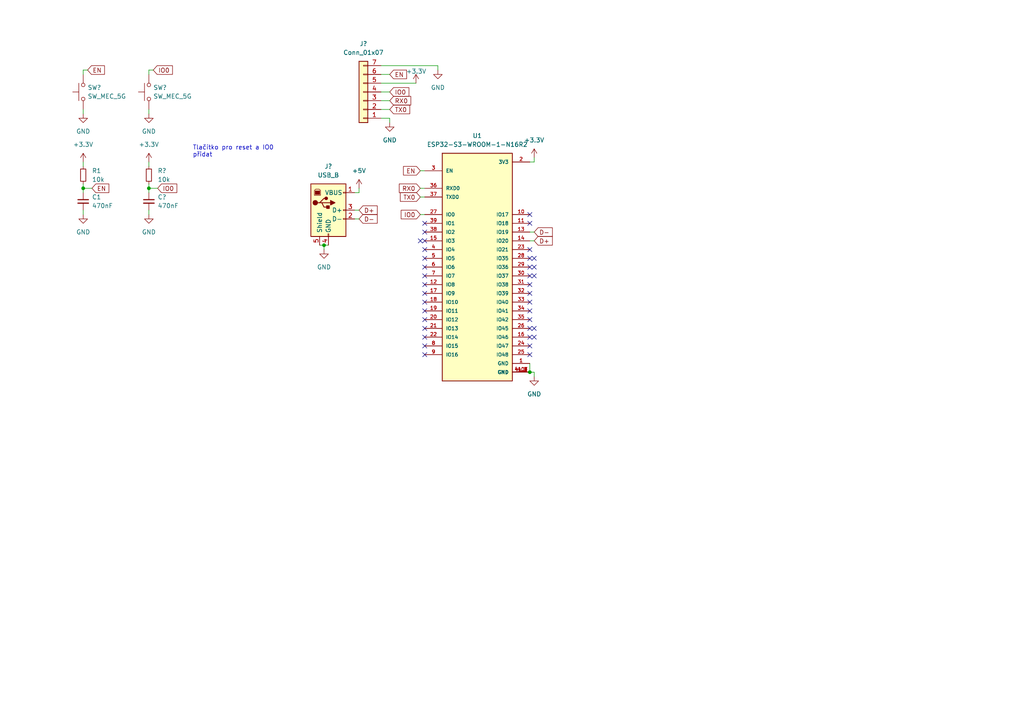
<source format=kicad_sch>
(kicad_sch (version 20211123) (generator eeschema)
  (paper "A4")
  (lib_symbols
    (symbol "Connector:USB_B" (pin_names (offset 1.016))
      (property "Reference" "J" (at -5.08 11.43 0))
      (property "Value" "USB_B" (at -5.08 8.89 0))
      (symbol "USB_B_0_1"
        (rectangle (start -5.08 -7.62) (end 5.08 7.62) (stroke (width 0.254)) (fill (type background)))
        (circle (center -3.81 2.159) (radius 0.635) (stroke (width 0.254)) (fill (type outline)))
        (rectangle (start -3.81 5.588) (end -2.54 4.572) (fill (type outline)))
        (circle (center -0.635 3.429) (radius 0.381) (stroke (width 0.254)) (fill (type outline)))
        (rectangle (start -0.127 -7.62) (end 0.127 -6.858))
        (polyline (pts (xy -1.905 2.159) (xy 0.635 2.159)) (stroke (width 0.254)))
        (polyline (pts (xy -3.175 2.159) (xy -2.54 2.159) (xy -1.27 3.429) (xy -0.635 3.429)) (stroke (width 0.254)))
        (polyline (pts (xy -2.54 2.159) (xy -1.905 2.159) (xy -1.27 0.889) (xy 0 0.889)) (stroke (width 0.254)))
        (polyline (pts (xy 0.635 2.794) (xy 0.635 1.524) (xy 1.905 2.159) (xy 0.635 2.794)) (stroke (width 0.254)) (fill (type outline)))
        (polyline (pts (xy -4.064 4.318) (xy -2.286 4.318) (xy -2.286 5.715) (xy -2.667 6.096) (xy -3.683 6.096) (xy -4.064 5.715) (xy -4.064 4.318)))
        (rectangle (start 0.254 1.27) (end -0.508 0.508) (stroke (width 0.254)) (fill (type outline)))
        (rectangle (start 5.08 -2.667) (end 4.318 -2.413))
        (rectangle (start 5.08 -0.127) (end 4.318 0.127))
        (rectangle (start 5.08 4.953) (end 4.318 5.207))
      )
      (symbol "USB_B_1_1"
        (pin power_out line (at 7.62 5.08 180) (length 2.54) (name "VBUS") (number "1"))
        (pin bidirectional line (at 7.62 -2.54 180) (length 2.54) (name "D-") (number "2"))
        (pin bidirectional line (at 7.62 0 180) (length 2.54) (name "D+") (number "3"))
        (pin power_out line (at 0 -10.16 90) (length 2.54) (name "GND") (number "4"))
        (pin passive line (at -2.54 -10.16 90) (length 2.54) (name "Shield") (number "5"))
      )
    )
    (symbol "Connector_Generic:Conn_01x07" (pin_names (offset 1.016) hide)
      (property "Reference" "J" (at 0 10.16 0))
      (property "Value" "Conn_01x07" (at 0 -10.16 0))
      (symbol "Conn_01x07_1_1"
        (rectangle (start -1.27 -7.493) (end 0 -7.747) (stroke (width 0.1524)))
        (rectangle (start -1.27 -4.953) (end 0 -5.207) (stroke (width 0.1524)))
        (rectangle (start -1.27 -2.413) (end 0 -2.667) (stroke (width 0.1524)))
        (rectangle (start -1.27 0.127) (end 0 -0.127) (stroke (width 0.1524)))
        (rectangle (start -1.27 2.667) (end 0 2.413) (stroke (width 0.1524)))
        (rectangle (start -1.27 5.207) (end 0 4.953) (stroke (width 0.1524)))
        (rectangle (start -1.27 7.747) (end 0 7.493) (stroke (width 0.1524)))
        (rectangle (start -1.27 8.89) (end 1.27 -8.89) (stroke (width 0.254)) (fill (type background)))
        (pin passive line (at -5.08 7.62 0) (length 3.81) (name "Pin_1") (number "1"))
        (pin passive line (at -5.08 5.08 0) (length 3.81) (name "Pin_2") (number "2"))
        (pin passive line (at -5.08 2.54 0) (length 3.81) (name "Pin_3") (number "3"))
        (pin passive line (at -5.08 0 0) (length 3.81) (name "Pin_4") (number "4"))
        (pin passive line (at -5.08 -2.54 0) (length 3.81) (name "Pin_5") (number "5"))
        (pin passive line (at -5.08 -5.08 0) (length 3.81) (name "Pin_6") (number "6"))
        (pin passive line (at -5.08 -7.62 0) (length 3.81) (name "Pin_7") (number "7"))
      )
    )
    (symbol "Device:C_Small" (pin_numbers hide) (pin_names (offset 0.254) hide)
      (property "Reference" "C" (at 0.254 1.778 0))
      (property "Value" "C_Small" (at 0.254 -2.032 0))
      (symbol "C_Small_0_1"
        (polyline (pts (xy -1.524 -0.508) (xy 1.524 -0.508)) (stroke (width 0.3302)))
        (polyline (pts (xy -1.524 0.508) (xy 1.524 0.508)) (stroke (width 0.3048)))
      )
      (symbol "C_Small_1_1"
        (pin passive line (at 0 2.54 270) (length 2.032) (name "~") (number "1"))
        (pin passive line (at 0 -2.54 90) (length 2.032) (name "~") (number "2"))
      )
    )
    (symbol "Device:R_Small" (pin_numbers hide) (pin_names (offset 0.254) hide)
      (property "Reference" "R" (at 0.762 0.508 0))
      (property "Value" "R_Small" (at 0.762 -1.016 0))
      (symbol "R_Small_0_1"
        (rectangle (start -0.762 1.778) (end 0.762 -1.778) (stroke (width 0.2032)))
      )
      (symbol "R_Small_1_1"
        (pin passive line (at 0 2.54 270) (length 0.762) (name "~") (number "1"))
        (pin passive line (at 0 -2.54 90) (length 0.762) (name "~") (number "2"))
      )
    )
    (symbol "ESP32-S3-WROOM-1-N16R2:ESP32-S3-WROOM-1-N16R2" (pin_names (offset 1.016))
      (property "Reference" "U" (at -10.16 34.1122 0))
      (property "Value" "ESP32-S3-WROOM-1-N16R2" (at -10.16 -35.56 0))
      (symbol "ESP32-S3-WROOM-1-N16R2_0_0"
        (rectangle (start -10.16 -33.02) (end 10.16 33.02) (stroke (width 0.254)) (fill (type background)))
        (pin power_in line (at 15.24 -27.94 180) (length 5.08) (name "GND") (number "1"))
        (pin bidirectional line (at 15.24 15.24 180) (length 5.08) (name "IO17") (number "10"))
        (pin bidirectional line (at 15.24 12.7 180) (length 5.08) (name "IO18") (number "11"))
        (pin bidirectional line (at -15.24 -5.08 0) (length 5.08) (name "IO8") (number "12"))
        (pin bidirectional line (at 15.24 10.16 180) (length 5.08) (name "IO19") (number "13"))
        (pin bidirectional line (at 15.24 7.62 180) (length 5.08) (name "IO20") (number "14"))
        (pin bidirectional line (at -15.24 7.62 0) (length 5.08) (name "IO3") (number "15"))
        (pin bidirectional line (at 15.24 -20.32 180) (length 5.08) (name "IO46") (number "16"))
        (pin bidirectional line (at -15.24 -7.62 0) (length 5.08) (name "IO9") (number "17"))
        (pin bidirectional line (at -15.24 -10.16 0) (length 5.08) (name "IO10") (number "18"))
        (pin bidirectional line (at -15.24 -12.7 0) (length 5.08) (name "IO11") (number "19"))
        (pin power_in line (at 15.24 30.48 180) (length 5.08) (name "3V3") (number "2"))
        (pin bidirectional line (at -15.24 -15.24 0) (length 5.08) (name "IO12") (number "20"))
        (pin bidirectional line (at -15.24 -17.78 0) (length 5.08) (name "IO13") (number "21"))
        (pin bidirectional line (at -15.24 -20.32 0) (length 5.08) (name "IO14") (number "22"))
        (pin bidirectional line (at 15.24 5.08 180) (length 5.08) (name "IO21") (number "23"))
        (pin bidirectional line (at 15.24 -22.86 180) (length 5.08) (name "IO47") (number "24"))
        (pin bidirectional line (at 15.24 -25.4 180) (length 5.08) (name "IO48") (number "25"))
        (pin bidirectional line (at 15.24 -17.78 180) (length 5.08) (name "IO45") (number "26"))
        (pin bidirectional line (at -15.24 15.24 0) (length 5.08) (name "IO0") (number "27"))
        (pin bidirectional line (at 15.24 2.54 180) (length 5.08) (name "IO35") (number "28"))
        (pin bidirectional line (at 15.24 0 180) (length 5.08) (name "IO36") (number "29"))
        (pin input line (at -15.24 27.94 0) (length 5.08) (name "EN") (number "3"))
        (pin bidirectional line (at 15.24 -2.54 180) (length 5.08) (name "IO37") (number "30"))
        (pin bidirectional line (at 15.24 -5.08 180) (length 5.08) (name "IO38") (number "31"))
        (pin bidirectional line (at 15.24 -7.62 180) (length 5.08) (name "IO39") (number "32"))
        (pin bidirectional line (at 15.24 -10.16 180) (length 5.08) (name "IO40") (number "33"))
        (pin bidirectional line (at 15.24 -12.7 180) (length 5.08) (name "IO41") (number "34"))
        (pin bidirectional line (at 15.24 -15.24 180) (length 5.08) (name "IO42") (number "35"))
        (pin bidirectional line (at -15.24 22.86 0) (length 5.08) (name "RXD0") (number "36"))
        (pin bidirectional line (at -15.24 20.32 0) (length 5.08) (name "TXD0") (number "37"))
        (pin bidirectional line (at -15.24 10.16 0) (length 5.08) (name "IO2") (number "38"))
        (pin bidirectional line (at -15.24 12.7 0) (length 5.08) (name "IO1") (number "39"))
        (pin bidirectional line (at -15.24 5.08 0) (length 5.08) (name "IO4") (number "4"))
        (pin power_in line (at 15.24 -30.48 180) (length 5.08) (name "GND") (number "40"))
        (pin power_in line (at 15.24 -30.48 180) (length 5.08) (name "GND") (number "41_1"))
        (pin power_in line (at 15.24 -30.48 180) (length 5.08) (name "GND") (number "41_2"))
        (pin power_in line (at 15.24 -30.48 180) (length 5.08) (name "GND") (number "41_3"))
        (pin power_in line (at 15.24 -30.48 180) (length 5.08) (name "GND") (number "41_4"))
        (pin power_in line (at 15.24 -30.48 180) (length 5.08) (name "GND") (number "41_5"))
        (pin power_in line (at 15.24 -30.48 180) (length 5.08) (name "GND") (number "41_6"))
        (pin power_in line (at 15.24 -30.48 180) (length 5.08) (name "GND") (number "41_7"))
        (pin power_in line (at 15.24 -30.48 180) (length 5.08) (name "GND") (number "41_8"))
        (pin power_in line (at 15.24 -30.48 180) (length 5.08) (name "GND") (number "41_9"))
        (pin bidirectional line (at -15.24 2.54 0) (length 5.08) (name "IO5") (number "5"))
        (pin bidirectional line (at -15.24 0 0) (length 5.08) (name "IO6") (number "6"))
        (pin bidirectional line (at -15.24 -2.54 0) (length 5.08) (name "IO7") (number "7"))
        (pin bidirectional line (at -15.24 -22.86 0) (length 5.08) (name "IO15") (number "8"))
        (pin bidirectional line (at -15.24 -25.4 0) (length 5.08) (name "IO16") (number "9"))
      )
    )
    (symbol "Switch:SW_MEC_5G" (pin_numbers hide) (pin_names (offset 1.016) hide)
      (property "Reference" "SW" (at 1.27 2.54 0))
      (property "Value" "SW_MEC_5G" (at 0 -1.524 0))
      (symbol "SW_MEC_5G_0_1"
        (circle (center -2.032 0) (radius 0.508))
        (polyline (pts (xy 0 1.27) (xy 0 3.048)))
        (polyline (pts (xy 2.54 1.27) (xy -2.54 1.27)))
        (circle (center 2.032 0) (radius 0.508))
        (pin passive line (at -5.08 0 0) (length 2.54) (name "A") (number "1"))
        (pin passive line (at 5.08 0 180) (length 2.54) (name "B") (number "3"))
      )
      (symbol "SW_MEC_5G_1_1"
        (pin passive line (at -5.08 0 0) (length 2.54) hide (name "A") (number "2"))
        (pin passive line (at 5.08 0 180) (length 2.54) hide (name "B") (number "4"))
      )
    )
    (symbol "power:+3.3V" (power) (pin_names (offset 0))
      (property "Value" "+3.3V" (at 0 3.556 0))
      (symbol "+3.3V_0_1"
        (polyline (pts (xy -0.762 1.27) (xy 0 2.54)))
        (polyline (pts (xy 0 0) (xy 0 2.54)))
        (polyline (pts (xy 0 2.54) (xy 0.762 1.27)))
      )
      (symbol "+3.3V_1_1"
        (pin power_in line (at 0 0 90) (length 0) hide (name "+3.3V") (number "1"))
      )
    )
    (symbol "power:+5V" (power) (pin_names (offset 0))
      (property "Value" "+5V" (at 0 3.556 0))
      (symbol "+5V_0_1"
        (polyline (pts (xy -0.762 1.27) (xy 0 2.54)))
        (polyline (pts (xy 0 0) (xy 0 2.54)))
        (polyline (pts (xy 0 2.54) (xy 0.762 1.27)))
      )
      (symbol "+5V_1_1"
        (pin power_in line (at 0 0 90) (length 0) hide (name "+5V") (number "1"))
      )
    )
    (symbol "power:GND" (power) (pin_names (offset 0))
      (property "Value" "GND" (at 0 -3.81 0))
      (symbol "GND_0_1"
        (polyline (pts (xy 0 0) (xy 0 -1.27) (xy 1.27 -1.27) (xy 0 -2.54) (xy -1.27 -1.27) (xy 0 -1.27)))
      )
      (symbol "GND_1_1"
        (pin power_in line (at 0 0 270) (length 0) hide (name "GND") (number "1"))
      )
    )
  )
  (junction (at 93.98 71.12))
  (junction (at 43.18 54.61))
  (junction (at 153.67 107.95))
  (junction (at 24.13 54.61))
  (no_connect (at 123.19 90.17))
  (no_connect (at 123.19 97.79))
  (no_connect (at 154.94 77.47))
  (no_connect (at 153.67 64.77))
  (no_connect (at 153.67 92.71))
  (no_connect (at 153.67 85.09))
  (no_connect (at 123.19 95.25))
  (no_connect (at 123.19 87.63))
  (no_connect (at 153.67 102.87))
  (no_connect (at 154.94 97.79))
  (no_connect (at 123.19 92.71))
  (no_connect (at 123.19 102.87))
  (no_connect (at 123.19 74.93))
  (no_connect (at 153.67 97.79))
  (no_connect (at 154.94 74.93))
  (no_connect (at 123.19 67.31))
  (no_connect (at 121.92 69.85))
  (no_connect (at 154.94 80.01))
  (no_connect (at 153.67 77.47))
  (no_connect (at 123.19 85.09))
  (no_connect (at 123.19 77.47))
  (no_connect (at 123.19 72.39))
  (no_connect (at 153.67 62.23))
  (no_connect (at 123.19 100.33))
  (no_connect (at 153.67 82.55))
  (no_connect (at 153.67 87.63))
  (no_connect (at 153.67 90.17))
  (no_connect (at 123.19 64.77))
  (no_connect (at 123.19 80.01))
  (no_connect (at 154.94 95.25))
  (no_connect (at 153.67 74.93))
  (no_connect (at 123.19 69.85))
  (no_connect (at 153.67 100.33))
  (no_connect (at 153.67 80.01))
  (no_connect (at 123.19 82.55))
  (no_connect (at 153.67 95.25))
  (no_connect (at 153.67 72.39))
  (wire (pts (xy 154.94 109.22) (xy 154.94 107.95)))
  (wire (pts (xy 24.13 53.34) (xy 24.13 54.61)))
  (wire (pts (xy 110.49 34.29) (xy 113.03 34.29)))
  (wire (pts (xy 121.92 62.23) (xy 123.19 62.23)))
  (wire (pts (xy 43.18 46.99) (xy 43.18 48.26)))
  (wire (pts (xy 93.98 71.12) (xy 95.25 71.12)))
  (wire (pts (xy 43.18 31.75) (xy 43.18 33.02)))
  (wire (pts (xy 102.87 60.96) (xy 104.14 60.96)))
  (wire (pts (xy 121.92 54.61) (xy 123.19 54.61)))
  (wire (pts (xy 153.67 105.41) (xy 153.67 107.95)))
  (wire (pts (xy 43.18 53.34) (xy 43.18 54.61)))
  (wire (pts (xy 110.49 29.21) (xy 113.03 29.21)))
  (wire (pts (xy 110.49 19.05) (xy 127 19.05)))
  (wire (pts (xy 43.18 54.61) (xy 43.18 55.88)))
  (wire (pts (xy 153.67 67.31) (xy 154.94 67.31)))
  (wire (pts (xy 153.67 69.85) (xy 154.94 69.85)))
  (wire (pts (xy 24.13 31.75) (xy 24.13 33.02)))
  (wire (pts (xy 102.87 55.88) (xy 104.14 55.88)))
  (wire (pts (xy 110.49 26.67) (xy 113.03 26.67)))
  (wire (pts (xy 43.18 62.23) (xy 43.18 60.96)))
  (wire (pts (xy 43.18 20.32) (xy 43.18 21.59)))
  (wire (pts (xy 25.4 20.32) (xy 24.13 20.32)))
  (wire (pts (xy 92.71 71.12) (xy 93.98 71.12)))
  (wire (pts (xy 24.13 62.23) (xy 24.13 60.96)))
  (wire (pts (xy 110.49 31.75) (xy 113.03 31.75)))
  (wire (pts (xy 110.49 24.13) (xy 120.65 24.13)))
  (wire (pts (xy 127 19.05) (xy 127 20.32)))
  (wire (pts (xy 153.67 107.95) (xy 154.94 107.95)))
  (wire (pts (xy 24.13 46.99) (xy 24.13 48.26)))
  (wire (pts (xy 43.18 54.61) (xy 45.72 54.61)))
  (wire (pts (xy 121.92 57.15) (xy 123.19 57.15)))
  (wire (pts (xy 121.92 49.53) (xy 123.19 49.53)))
  (wire (pts (xy 93.98 71.12) (xy 93.98 72.39)))
  (wire (pts (xy 154.94 45.72) (xy 154.94 46.99)))
  (wire (pts (xy 24.13 54.61) (xy 24.13 55.88)))
  (wire (pts (xy 24.13 54.61) (xy 26.67 54.61)))
  (wire (pts (xy 110.49 21.59) (xy 113.03 21.59)))
  (wire (pts (xy 24.13 20.32) (xy 24.13 21.59)))
  (wire (pts (xy 104.14 54.61) (xy 104.14 55.88)))
  (wire (pts (xy 153.67 46.99) (xy 154.94 46.99)))
  (wire (pts (xy 102.87 63.5) (xy 104.14 63.5)))
  (wire (pts (xy 113.03 34.29) (xy 113.03 35.56)))
  (wire (pts (xy 44.45 20.32) (xy 43.18 20.32)))
  (text "Tlačítko pro reset a IO0\npřidat\n" (at 55.88 45.72 0) (effects (font (size 1.27 1.27)) (justify left bottom)))
  (global_label "TX0" (shape input) (at 113.03 31.75 0) (property "Intersheet References" "${INTERSHEET_REFS}" (effects hide)))
  (global_label "D-" (shape input) (at 104.14 63.5 0) (property "Intersheet References" "${INTERSHEET_REFS}" (effects hide)))
  (global_label "IO0" (shape input) (at 121.92 62.23 180) (property "Intersheet References" "${INTERSHEET_REFS}" (effects hide)))
  (global_label "D+" (shape input) (at 154.94 69.85 0) (property "Intersheet References" "${INTERSHEET_REFS}" (effects hide)))
  (global_label "EN" (shape input) (at 26.67 54.61 0) (property "Intersheet References" "${INTERSHEET_REFS}" (effects hide)))
  (global_label "RX0" (shape input) (at 121.92 54.61 180) (property "Intersheet References" "${INTERSHEET_REFS}" (effects hide)))
  (global_label "D+" (shape input) (at 104.14 60.96 0) (property "Intersheet References" "${INTERSHEET_REFS}" (effects hide)))
  (global_label "D-" (shape input) (at 154.94 67.31 0) (property "Intersheet References" "${INTERSHEET_REFS}" (effects hide)))
  (global_label "IO0" (shape input) (at 44.45 20.32 0) (property "Intersheet References" "${INTERSHEET_REFS}" (effects hide)))
  (global_label "EN" (shape input) (at 113.03 21.59 0) (property "Intersheet References" "${INTERSHEET_REFS}" (effects hide)))
  (global_label "RX0" (shape input) (at 113.03 29.21 0) (property "Intersheet References" "${INTERSHEET_REFS}" (effects hide)))
  (global_label "TX0" (shape input) (at 121.92 57.15 180) (property "Intersheet References" "${INTERSHEET_REFS}" (effects hide)))
  (global_label "IO0" (shape input) (at 113.03 26.67 0) (property "Intersheet References" "${INTERSHEET_REFS}" (effects hide)))
  (global_label "EN" (shape input) (at 121.92 49.53 180) (property "Intersheet References" "${INTERSHEET_REFS}" (effects hide)))
  (global_label "EN" (shape input) (at 25.4 20.32 0) (property "Intersheet References" "${INTERSHEET_REFS}" (effects hide)))
  (global_label "IO0" (shape input) (at 45.72 54.61 0) (property "Intersheet References" "${INTERSHEET_REFS}" (effects hide)))
  (symbol (lib_id "Device:R_Small") (at 43.18 50.8 0) (unit 1)
    (property "Reference" "R?" (at 45.72 49.5299 0) (effects (justify left)))
    (property "Value" "10k" (at 45.72 52.0699 0) (effects (justify left)))
    (property "Footprint" "Resistor_SMD:R_0805_2012Metric" (effects hide))
  )
  (symbol (lib_id "Device:C_Small") (at 43.18 58.42 0) (unit 1)
    (property "Reference" "C?" (at 45.72 57.1562 0) (effects (justify left)))
    (property "Value" "470nF" (at 45.72 59.6962 0) (effects (justify left)))
    (property "Footprint" "Capacitor_SMD:C_0805_2012Metric" (effects hide))
  )
  (symbol (lib_id "power:+5V") (at 104.14 54.61 0) (unit 1)
    (property "Reference" "#PWR?" (effects hide))
    (property "Value" "+5V" (at 104.14 49.53 0))
  )
  (symbol (lib_id "Connector_Generic:Conn_01x07") (at 105.41 26.67 180) (unit 1)
    (property "Reference" "J?" (at 105.41 12.7 0))
    (property "Value" "Conn_01x07" (at 105.41 15.24 0))
    (property "Footprint" "Connector_PinHeader_2.54mm:PinHeader_1x07_P2.54mm_Vertical" (effects hide))
  )
  (symbol (lib_id "power:GND") (at 24.13 62.23 0) (unit 1)
    (property "Reference" "#PWR02" (effects hide))
    (property "Value" "GND" (at 24.13 67.31 0))
  )
  (symbol (lib_id "power:+3.3V") (at 43.18 46.99 0) (unit 1)
    (property "Reference" "#PWR?" (effects hide))
    (property "Value" "+3.3V" (at 43.18 41.91 0))
  )
  (symbol (lib_id "Switch:SW_MEC_5G") (at 24.13 26.67 90) (unit 1)
    (property "Reference" "SW?" (at 25.4 25.3999 90) (effects (justify right)))
    (property "Value" "SW_MEC_5G" (at 25.4 27.9399 90) (effects (justify right)))
    (property "Datasheet" "http://www.apem.com/int/index.php?controller=attachment&id_attachment=488" (effects hide))
  )
  (symbol (lib_id "power:+3.3V") (at 24.13 46.99 0) (unit 1)
    (property "Reference" "#PWR01" (effects hide))
    (property "Value" "+3.3V" (at 24.13 41.91 0))
  )
  (symbol (lib_id "Switch:SW_MEC_5G") (at 43.18 26.67 90) (unit 1)
    (property "Reference" "SW?" (at 44.45 25.3999 90) (effects (justify right)))
    (property "Value" "SW_MEC_5G" (at 44.45 27.9399 90) (effects (justify right)))
    (property "Datasheet" "http://www.apem.com/int/index.php?controller=attachment&id_attachment=488" (effects hide))
  )
  (symbol (lib_id "power:GND") (at 154.94 109.22 0) (unit 1)
    (property "Reference" "#PWR06" (effects hide))
    (property "Value" "GND" (at 154.94 114.3 0))
  )
  (symbol (lib_id "power:GND") (at 93.98 72.39 0) (unit 1)
    (property "Reference" "#PWR?" (effects hide))
    (property "Value" "GND" (at 93.98 77.47 0))
  )
  (symbol (lib_id "ESP32-S3-WROOM-1-N16R2:ESP32-S3-WROOM-1-N16R2") (at 138.43 77.47 0) (unit 1)
    (property "Reference" "U1" (at 138.43 39.37 0))
    (property "Value" "ESP32-S3-WROOM-1-N16R2" (at 138.43 41.91 0))
    (property "Footprint" "esp32S3:XCVR_ESP32-S3-WROOM-1-N16R2" (effects hide))
    (property "PARTREV" "v1.0" (effects hide))
    (property "MAXIMUM_PACKAGE_HEIGHT" "3.25mm" (effects hide))
    (property "STANDARD" "Manufacturer Recommendations" (effects hide))
    (property "MANUFACTURER" "Espressif" (effects hide))
  )
  (symbol (lib_id "Connector:USB_B") (at 95.25 60.96 0) (unit 1)
    (property "Reference" "J?" (at 95.25 48.26 0))
    (property "Value" "USB_B" (at 95.25 50.8 0))
    (property "Datasheet" " ~" (effects hide))
  )
  (symbol (lib_id "power:GND") (at 24.13 33.02 0) (unit 1)
    (property "Reference" "#PWR?" (effects hide))
    (property "Value" "GND" (at 24.13 38.1 0))
  )
  (symbol (lib_id "power:GND") (at 43.18 33.02 0) (unit 1)
    (property "Reference" "#PWR?" (effects hide))
    (property "Value" "GND" (at 43.18 38.1 0))
  )
  (symbol (lib_id "power:+3.3V") (at 154.94 45.72 0) (unit 1)
    (property "Reference" "#PWR05" (effects hide))
    (property "Value" "+3.3V" (at 154.94 40.64 0))
  )
  (symbol (lib_id "power:+3.3V") (at 120.65 24.13 0) (unit 1)
    (property "Reference" "#PWR03" (effects hide))
    (property "Value" "+3.3V" (at 120.7203 20.6965 0))
  )
  (symbol (lib_id "power:GND") (at 113.03 35.56 0) (unit 1)
    (property "Reference" "#PWR04" (effects hide))
    (property "Value" "GND" (at 113.03 40.64 0))
  )
  (symbol (lib_id "Device:C_Small") (at 24.13 58.42 0) (unit 1)
    (property "Reference" "C1" (at 26.67 57.1562 0) (effects (justify left)))
    (property "Value" "470nF" (at 26.67 59.6962 0) (effects (justify left)))
    (property "Footprint" "Capacitor_SMD:C_0805_2012Metric" (effects hide))
  )
  (symbol (lib_id "power:GND") (at 127 20.32 0) (unit 1)
    (property "Reference" "#PWR?" (effects hide))
    (property "Value" "GND" (at 127 25.4 0))
  )
  (symbol (lib_id "Device:R_Small") (at 24.13 50.8 0) (unit 1)
    (property "Reference" "R1" (at 26.67 49.5299 0) (effects (justify left)))
    (property "Value" "10k" (at 26.67 52.0699 0) (effects (justify left)))
    (property "Footprint" "Resistor_SMD:R_0805_2012Metric" (effects hide))
  )
  (symbol (lib_id "power:GND") (at 43.18 62.23 0) (unit 1)
    (property "Reference" "#PWR?" (effects hide))
    (property "Value" "GND" (at 43.18 67.31 0))
  )
)
</source>
